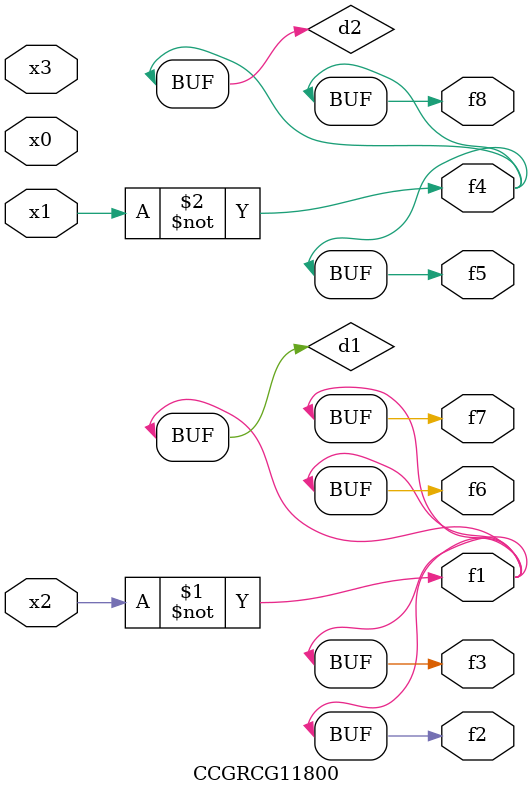
<source format=v>
module CCGRCG11800(
	input x0, x1, x2, x3,
	output f1, f2, f3, f4, f5, f6, f7, f8
);

	wire d1, d2;

	xnor (d1, x2);
	not (d2, x1);
	assign f1 = d1;
	assign f2 = d1;
	assign f3 = d1;
	assign f4 = d2;
	assign f5 = d2;
	assign f6 = d1;
	assign f7 = d1;
	assign f8 = d2;
endmodule

</source>
